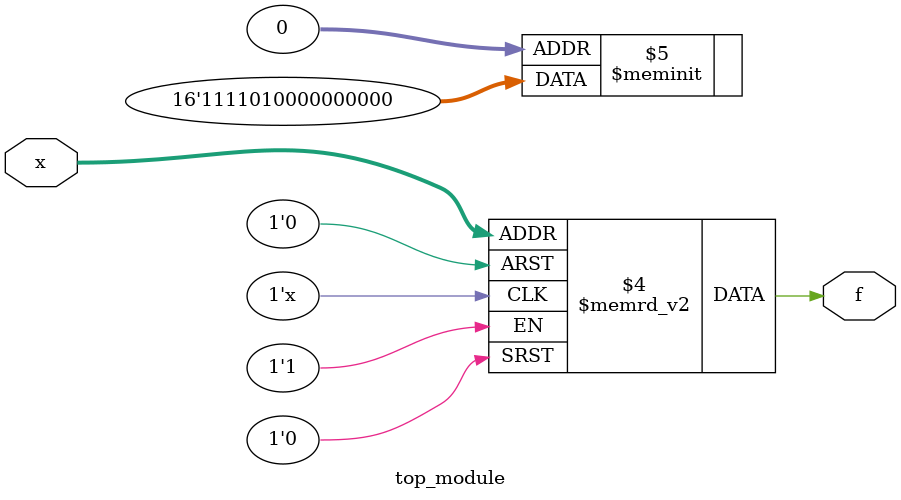
<source format=sv>
module top_module (
    input [4:1] x,
    output logic f
);

    always_comb begin
        case (x)
            // Define the outputs based on given Karnaugh map
            4'b0001, 4'b0100, 4'b0101, 4'b1000, 4'b1011: f = 1'b0; // Specified 0s
            4'b1010, 4'b1101, 4'b1110, 4'b1100, 4'b1111: f = 1'b1; // Specified 1s
            default: f = 1'b0; // Handle remaining don’t-cares, default to 0
        endcase
    end

endmodule

</source>
